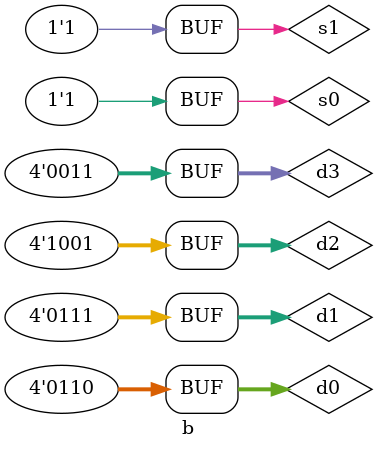
<source format=sv>
module b();
logic[3:0]d0,d1,d2,d3;
logic s0,s1;
logic[3:0]y;
m dut(d0,d1,d2,d3,s0,s1,y);
initial begin
$dumpfile("dump.vcd");
$dumpvars;
d0=4'd6;d1=4'd7;d2=4'd9;d3=4'd3;

  s0=0;s1=0;
#10
  s0=0;s1=1;
#10  
  s0=1;s1=0;
#10
  s0=1;s1=1;
end
endmodule

</source>
